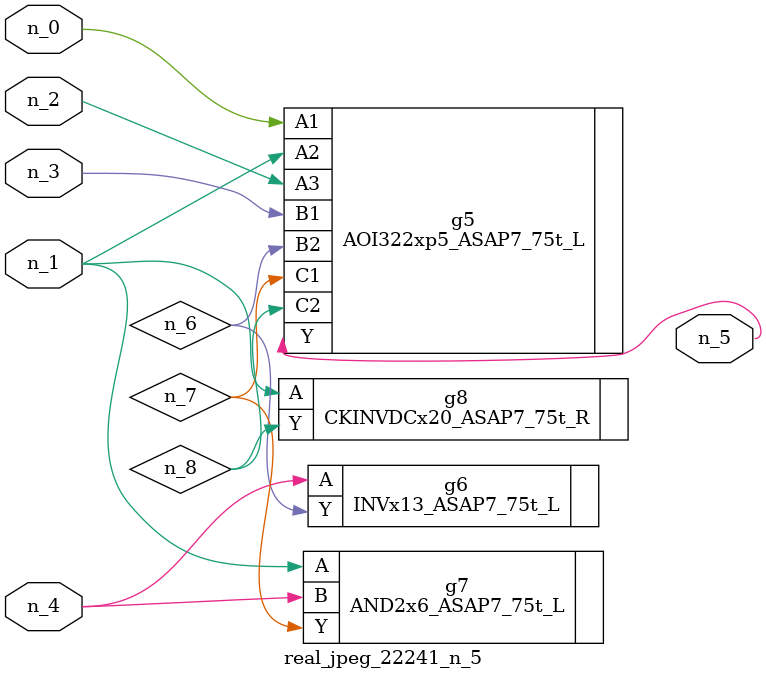
<source format=v>
module real_jpeg_22241_n_5 (n_4, n_0, n_1, n_2, n_3, n_5);

input n_4;
input n_0;
input n_1;
input n_2;
input n_3;

output n_5;

wire n_8;
wire n_6;
wire n_7;

AOI322xp5_ASAP7_75t_L g5 ( 
.A1(n_0),
.A2(n_1),
.A3(n_2),
.B1(n_3),
.B2(n_6),
.C1(n_7),
.C2(n_8),
.Y(n_5)
);

AND2x6_ASAP7_75t_L g7 ( 
.A(n_1),
.B(n_4),
.Y(n_7)
);

CKINVDCx20_ASAP7_75t_R g8 ( 
.A(n_1),
.Y(n_8)
);

INVx13_ASAP7_75t_L g6 ( 
.A(n_4),
.Y(n_6)
);


endmodule
</source>
